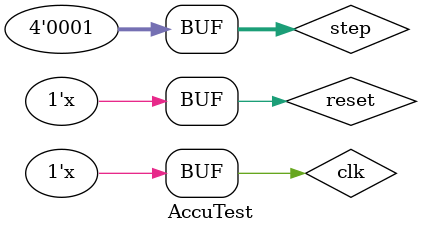
<source format=v>
`timescale 1ns / 10ps
module AccuTest ();
  reg clk,reset;
  reg [3:0] step;

  wire [3:0] Yo;

  Accumulator Accu(.step(step),.reset(reset),.clk(clk),.Yo(Yo));

  initial begin
    step = 4'b0001;
    clk = 0;
    reset = 0;
  end

  always begin
    #100 clk = ~clk;
  end

  always begin
    #2000 reset = ~reset;
  end

endmodule // AccuTest

</source>
